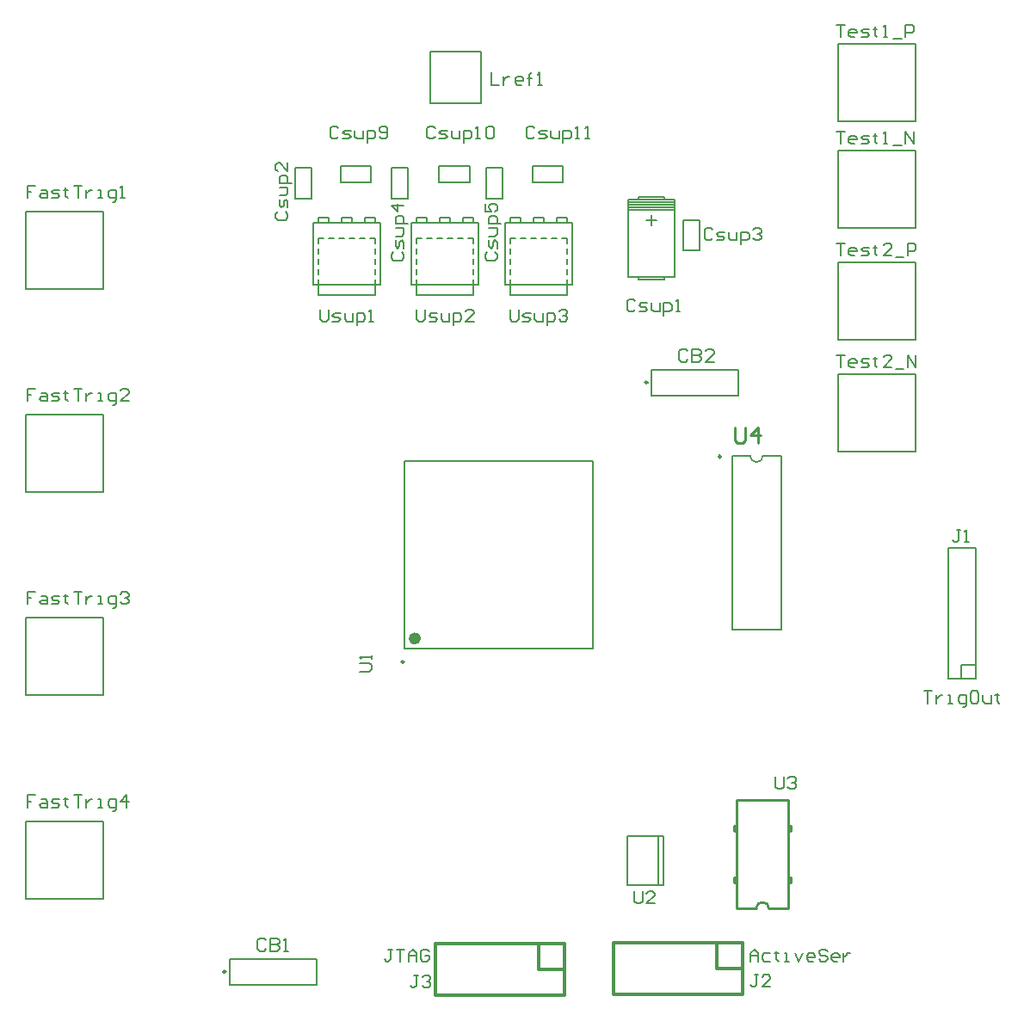
<source format=gto>
%FSAX43Y43*%
%MOMM*%
G71*
G01*
G75*
G04 Layer_Color=65535*
%ADD10C,0.175*%
G04:AMPARAMS|DCode=11|XSize=0.8mm|YSize=1mm|CornerRadius=0.08mm|HoleSize=0mm|Usage=FLASHONLY|Rotation=180.000|XOffset=0mm|YOffset=0mm|HoleType=Round|Shape=RoundedRectangle|*
%AMROUNDEDRECTD11*
21,1,0.800,0.840,0,0,180.0*
21,1,0.640,1.000,0,0,180.0*
1,1,0.160,-0.320,0.420*
1,1,0.160,0.320,0.420*
1,1,0.160,0.320,-0.420*
1,1,0.160,-0.320,-0.420*
%
%ADD11ROUNDEDRECTD11*%
G04:AMPARAMS|DCode=12|XSize=0.8mm|YSize=1mm|CornerRadius=0.08mm|HoleSize=0mm|Usage=FLASHONLY|Rotation=90.000|XOffset=0mm|YOffset=0mm|HoleType=Round|Shape=RoundedRectangle|*
%AMROUNDEDRECTD12*
21,1,0.800,0.840,0,0,90.0*
21,1,0.640,1.000,0,0,90.0*
1,1,0.160,0.420,0.320*
1,1,0.160,0.420,-0.320*
1,1,0.160,-0.420,-0.320*
1,1,0.160,-0.420,0.320*
%
%ADD12ROUNDEDRECTD12*%
%ADD13R,0.762X2.540*%
%ADD14R,3.048X3.048*%
%ADD15O,6.000X2.100*%
%ADD16O,6.000X2.100*%
%ADD17O,1.270X0.762*%
%ADD18R,1.270X0.762*%
%ADD19R,2.108X1.270*%
G04:AMPARAMS|DCode=20|XSize=2.108mm|YSize=1.27mm|CornerRadius=0mm|HoleSize=0mm|Usage=FLASHONLY|Rotation=180.000|XOffset=0mm|YOffset=0mm|HoleType=Round|Shape=Octagon|*
%AMOCTAGOND20*
4,1,8,-1.054,0.318,-1.054,-0.318,-0.737,-0.635,0.737,-0.635,1.054,-0.318,1.054,0.318,0.737,0.635,-0.737,0.635,-1.054,0.318,0.0*
%
%ADD20OCTAGOND20*%

%ADD21R,4.300X4.300*%
%ADD22O,0.300X1.800*%
%ADD23O,1.800X0.300*%
%ADD24R,1.650X0.300*%
%ADD25C,0.254*%
%ADD26C,0.500*%
%ADD27C,1.000*%
%ADD28C,0.200*%
%ADD29C,0.400*%
%ADD30C,1.524*%
%ADD31C,0.300*%
%ADD32R,1.850X1.850*%
%ADD33C,1.850*%
%ADD34C,2.438*%
%ADD35C,1.575*%
%ADD36R,1.575X1.575*%
%ADD37R,1.000X1.000*%
%ADD38C,1.000*%
%ADD39C,1.200*%
%ADD40C,1.300*%
%ADD41C,0.800*%
%ADD42C,0.660*%
G04:AMPARAMS|DCode=43|XSize=0.4mm|YSize=0.6mm|CornerRadius=0.04mm|HoleSize=0mm|Usage=FLASHONLY|Rotation=90.000|XOffset=0mm|YOffset=0mm|HoleType=Round|Shape=RoundedRectangle|*
%AMROUNDEDRECTD43*
21,1,0.400,0.520,0,0,90.0*
21,1,0.320,0.600,0,0,90.0*
1,1,0.080,0.260,0.160*
1,1,0.080,0.260,-0.160*
1,1,0.080,-0.260,-0.160*
1,1,0.080,-0.260,0.160*
%
%ADD43ROUNDEDRECTD43*%
G04:AMPARAMS|DCode=44|XSize=0.4mm|YSize=0.6mm|CornerRadius=0.04mm|HoleSize=0mm|Usage=FLASHONLY|Rotation=180.000|XOffset=0mm|YOffset=0mm|HoleType=Round|Shape=RoundedRectangle|*
%AMROUNDEDRECTD44*
21,1,0.400,0.520,0,0,180.0*
21,1,0.320,0.600,0,0,180.0*
1,1,0.080,-0.160,0.260*
1,1,0.080,0.160,0.260*
1,1,0.080,0.160,-0.260*
1,1,0.080,-0.160,-0.260*
%
%ADD44ROUNDEDRECTD44*%
%ADD45C,0.250*%
%ADD46C,0.600*%
%ADD47C,0.203*%
%ADD48C,0.305*%
D25*
X0105349Y0050206D02*
G03*
X0104079Y0050206I-0000635J0000000D01*
G01*
X0105349D02*
X0107254D01*
X0102174D02*
X0104079D01*
X0102174D02*
Y0060874D01*
X0107254D01*
Y0050206D02*
Y0060874D01*
Y0052746D02*
X0107508D01*
Y0053254D01*
X0107254D02*
X0107508D01*
X0107254Y0057826D02*
X0107508D01*
Y0058334D01*
X0107254D02*
X0107508D01*
X0101920D02*
X0102174D01*
X0101920Y0057826D02*
Y0058334D01*
Y0057826D02*
X0102174D01*
X0101920Y0053254D02*
X0102174D01*
X0101920Y0052746D02*
Y0053254D01*
Y0052746D02*
X0102174D01*
X0102000Y0097524D02*
Y0096254D01*
X0102254Y0096000D01*
X0102762D01*
X0103016Y0096254D01*
Y0097524D01*
X0104285Y0096000D02*
Y0097524D01*
X0103524Y0096762D01*
X0104539D01*
D28*
X0103490Y0094800D02*
G03*
X0104760Y0094800I0000635J0000000D01*
G01*
X0093760Y0103270D02*
X0102320D01*
Y0100730D02*
Y0103270D01*
X0093760Y0100730D02*
X0102320D01*
X0093760D02*
Y0103270D01*
X0052260Y0045270D02*
X0060820D01*
Y0042730D02*
Y0045270D01*
X0052260Y0042730D02*
X0060820D01*
X0052260D02*
Y0045270D01*
X0082100Y0123300D02*
X0085100D01*
Y0121700D02*
Y0123300D01*
X0082100Y0121700D02*
X0085100D01*
X0082100D02*
Y0123300D01*
X0079100Y0120100D02*
Y0123100D01*
X0077500Y0120100D02*
X0079100D01*
X0077500D02*
Y0123100D01*
X0079100D01*
X0072900Y0123300D02*
X0075900D01*
Y0121700D02*
Y0123300D01*
X0072900Y0121700D02*
X0075900D01*
X0072900D02*
Y0123300D01*
X0069800Y0120100D02*
Y0123100D01*
X0068200Y0120100D02*
X0069800D01*
X0068200D02*
Y0123100D01*
X0069800D01*
X0060300Y0120100D02*
Y0123100D01*
X0058700Y0120100D02*
X0060300D01*
X0058700D02*
Y0123100D01*
X0060300D01*
X0098500Y0115000D02*
Y0118000D01*
X0096900Y0115000D02*
X0098500D01*
X0096900D02*
Y0118000D01*
X0098500D01*
X0063200Y0123300D02*
X0066200D01*
Y0121700D02*
Y0123300D01*
X0063200Y0121700D02*
X0066200D01*
X0063200D02*
Y0123300D01*
X0072000Y0134550D02*
X0074500D01*
X0072000Y0129450D02*
Y0134550D01*
Y0129450D02*
X0077000D01*
Y0134550D01*
X0074500D02*
X0077000D01*
X0069500Y0075800D02*
X0088000D01*
X0069500Y0094300D02*
X0088000D01*
X0069500Y0075800D02*
Y0094300D01*
X0088000Y0075800D02*
Y0094300D01*
X0101725Y0094800D02*
X0103490D01*
X0104760D02*
X0106525D01*
X0101725Y0077700D02*
X0106525D01*
X0101725D02*
Y0094800D01*
X0106525Y0077700D02*
Y0094800D01*
X0097366Y0105083D02*
X0097150Y0105300D01*
X0096717D01*
X0096500Y0105083D01*
Y0104217D01*
X0096717Y0104000D01*
X0097150D01*
X0097366Y0104217D01*
X0097800Y0105300D02*
Y0104000D01*
X0098449D01*
X0098666Y0104217D01*
Y0104433D01*
X0098449Y0104650D01*
X0097800D01*
X0098449D01*
X0098666Y0104866D01*
Y0105083D01*
X0098449Y0105300D01*
X0097800D01*
X0099966Y0104000D02*
X0099099D01*
X0099966Y0104866D01*
Y0105083D01*
X0099749Y0105300D01*
X0099316D01*
X0099099Y0105083D01*
X0055866Y0047083D02*
X0055650Y0047300D01*
X0055217D01*
X0055000Y0047083D01*
Y0046217D01*
X0055217Y0046000D01*
X0055650D01*
X0055866Y0046217D01*
X0056300Y0047300D02*
Y0046000D01*
X0056949D01*
X0057166Y0046217D01*
Y0046433D01*
X0056949Y0046650D01*
X0056300D01*
X0056949D01*
X0057166Y0046866D01*
Y0047083D01*
X0056949Y0047300D01*
X0056300D01*
X0057599Y0046000D02*
X0058032D01*
X0057816D01*
Y0047300D01*
X0057599Y0047083D01*
X0092200Y0110000D02*
X0092000Y0110200D01*
X0091600D01*
X0091400Y0110000D01*
Y0109200D01*
X0091600Y0109000D01*
X0092000D01*
X0092200Y0109200D01*
X0092600Y0109000D02*
X0093199D01*
X0093399Y0109200D01*
X0093199Y0109400D01*
X0092800D01*
X0092600Y0109600D01*
X0092800Y0109800D01*
X0093399D01*
X0093799D02*
Y0109200D01*
X0093999Y0109000D01*
X0094599D01*
Y0109800D01*
X0094999Y0108600D02*
Y0109800D01*
X0095599D01*
X0095799Y0109600D01*
Y0109200D01*
X0095599Y0109000D01*
X0094999D01*
X0096198D02*
X0096598D01*
X0096398D01*
Y0110200D01*
X0096198Y0110000D01*
X0099800Y0117000D02*
X0099600Y0117200D01*
X0099200D01*
X0099000Y0117000D01*
Y0116200D01*
X0099200Y0116000D01*
X0099600D01*
X0099800Y0116200D01*
X0100200Y0116000D02*
X0100799D01*
X0100999Y0116200D01*
X0100799Y0116400D01*
X0100400D01*
X0100200Y0116600D01*
X0100400Y0116800D01*
X0100999D01*
X0101399D02*
Y0116200D01*
X0101599Y0116000D01*
X0102199D01*
Y0116800D01*
X0102599Y0115600D02*
Y0116800D01*
X0103199D01*
X0103399Y0116600D01*
Y0116200D01*
X0103199Y0116000D01*
X0102599D01*
X0103798Y0117000D02*
X0103998Y0117200D01*
X0104398D01*
X0104598Y0117000D01*
Y0116800D01*
X0104398Y0116600D01*
X0104198D01*
X0104398D01*
X0104598Y0116400D01*
Y0116200D01*
X0104398Y0116000D01*
X0103998D01*
X0103798Y0116200D01*
X0063000Y0127000D02*
X0062800Y0127200D01*
X0062400D01*
X0062200Y0127000D01*
Y0126200D01*
X0062400Y0126000D01*
X0062800D01*
X0063000Y0126200D01*
X0063400Y0126000D02*
X0063999D01*
X0064199Y0126200D01*
X0063999Y0126400D01*
X0063600D01*
X0063400Y0126600D01*
X0063600Y0126800D01*
X0064199D01*
X0064599D02*
Y0126200D01*
X0064799Y0126000D01*
X0065399D01*
Y0126800D01*
X0065799Y0125600D02*
Y0126800D01*
X0066399D01*
X0066599Y0126600D01*
Y0126200D01*
X0066399Y0126000D01*
X0065799D01*
X0066998Y0126200D02*
X0067198Y0126000D01*
X0067598D01*
X0067798Y0126200D01*
Y0127000D01*
X0067598Y0127200D01*
X0067198D01*
X0066998Y0127000D01*
Y0126800D01*
X0067198Y0126600D01*
X0067798D01*
X0057000Y0118800D02*
X0056800Y0118600D01*
Y0118200D01*
X0057000Y0118000D01*
X0057800D01*
X0058000Y0118200D01*
Y0118600D01*
X0057800Y0118800D01*
X0058000Y0119200D02*
Y0119799D01*
X0057800Y0119999D01*
X0057600Y0119799D01*
Y0119400D01*
X0057400Y0119200D01*
X0057200Y0119400D01*
Y0119999D01*
Y0120399D02*
X0057800D01*
X0058000Y0120599D01*
Y0121199D01*
X0057200D01*
X0058400Y0121599D02*
X0057200D01*
Y0122199D01*
X0057400Y0122399D01*
X0057800D01*
X0058000Y0122199D01*
Y0121599D01*
Y0123598D02*
Y0122798D01*
X0057200Y0123598D01*
X0057000D01*
X0056800Y0123398D01*
Y0122998D01*
X0057000Y0122798D01*
X0068400Y0114800D02*
X0068200Y0114600D01*
Y0114200D01*
X0068400Y0114000D01*
X0069200D01*
X0069400Y0114200D01*
Y0114600D01*
X0069200Y0114800D01*
X0069400Y0115200D02*
Y0115799D01*
X0069200Y0115999D01*
X0069000Y0115799D01*
Y0115400D01*
X0068800Y0115200D01*
X0068600Y0115400D01*
Y0115999D01*
Y0116399D02*
X0069200D01*
X0069400Y0116599D01*
Y0117199D01*
X0068600D01*
X0069800Y0117599D02*
X0068600D01*
Y0118199D01*
X0068800Y0118399D01*
X0069200D01*
X0069400Y0118199D01*
Y0117599D01*
Y0119398D02*
X0068200D01*
X0068800Y0118798D01*
Y0119598D01*
X0072500Y0127000D02*
X0072300Y0127200D01*
X0071900D01*
X0071700Y0127000D01*
Y0126200D01*
X0071900Y0126000D01*
X0072300D01*
X0072500Y0126200D01*
X0072900Y0126000D02*
X0073499D01*
X0073699Y0126200D01*
X0073499Y0126400D01*
X0073100D01*
X0072900Y0126600D01*
X0073100Y0126800D01*
X0073699D01*
X0074099D02*
Y0126200D01*
X0074299Y0126000D01*
X0074899D01*
Y0126800D01*
X0075299Y0125600D02*
Y0126800D01*
X0075899D01*
X0076099Y0126600D01*
Y0126200D01*
X0075899Y0126000D01*
X0075299D01*
X0076498D02*
X0076898D01*
X0076698D01*
Y0127200D01*
X0076498Y0127000D01*
X0077498D02*
X0077698Y0127200D01*
X0078098D01*
X0078298Y0127000D01*
Y0126200D01*
X0078098Y0126000D01*
X0077698D01*
X0077498Y0126200D01*
Y0127000D01*
X0077600Y0114800D02*
X0077400Y0114600D01*
Y0114200D01*
X0077600Y0114000D01*
X0078400D01*
X0078600Y0114200D01*
Y0114600D01*
X0078400Y0114800D01*
X0078600Y0115200D02*
Y0115799D01*
X0078400Y0115999D01*
X0078200Y0115799D01*
Y0115400D01*
X0078000Y0115200D01*
X0077800Y0115400D01*
Y0115999D01*
Y0116399D02*
X0078400D01*
X0078600Y0116599D01*
Y0117199D01*
X0077800D01*
X0079000Y0117599D02*
X0077800D01*
Y0118199D01*
X0078000Y0118399D01*
X0078400D01*
X0078600Y0118199D01*
Y0117599D01*
X0077400Y0119598D02*
Y0118798D01*
X0078000D01*
X0077800Y0119198D01*
Y0119398D01*
X0078000Y0119598D01*
X0078400D01*
X0078600Y0119398D01*
Y0118998D01*
X0078400Y0118798D01*
X0082300Y0127000D02*
X0082100Y0127200D01*
X0081700D01*
X0081500Y0127000D01*
Y0126200D01*
X0081700Y0126000D01*
X0082100D01*
X0082300Y0126200D01*
X0082700Y0126000D02*
X0083299D01*
X0083499Y0126200D01*
X0083299Y0126400D01*
X0082900D01*
X0082700Y0126600D01*
X0082900Y0126800D01*
X0083499D01*
X0083899D02*
Y0126200D01*
X0084099Y0126000D01*
X0084699D01*
Y0126800D01*
X0085099Y0125600D02*
Y0126800D01*
X0085699D01*
X0085899Y0126600D01*
Y0126200D01*
X0085699Y0126000D01*
X0085099D01*
X0086298D02*
X0086698D01*
X0086498D01*
Y0127200D01*
X0086298Y0127000D01*
X0087298Y0126000D02*
X0087698D01*
X0087498D01*
Y0127200D01*
X0087298Y0127000D01*
X0033155Y0121369D02*
X0032355D01*
Y0120769D01*
X0032755D01*
X0032355D01*
Y0120169D01*
X0033755Y0120969D02*
X0034155D01*
X0034354Y0120769D01*
Y0120169D01*
X0033755D01*
X0033555Y0120369D01*
X0033755Y0120569D01*
X0034354D01*
X0034754Y0120169D02*
X0035354D01*
X0035554Y0120369D01*
X0035354Y0120569D01*
X0034954D01*
X0034754Y0120769D01*
X0034954Y0120969D01*
X0035554D01*
X0036154Y0121169D02*
Y0120969D01*
X0035954D01*
X0036354D01*
X0036154D01*
Y0120369D01*
X0036354Y0120169D01*
X0036954Y0121369D02*
X0037753D01*
X0037353D01*
Y0120169D01*
X0038153Y0120969D02*
Y0120169D01*
Y0120569D01*
X0038353Y0120769D01*
X0038553Y0120969D01*
X0038753D01*
X0039353Y0120169D02*
X0039753D01*
X0039553D01*
Y0120969D01*
X0039353D01*
X0040752Y0119769D02*
X0040952D01*
X0041152Y0119969D01*
Y0120969D01*
X0040552D01*
X0040353Y0120769D01*
Y0120369D01*
X0040552Y0120169D01*
X0041152D01*
X0041552D02*
X0041952D01*
X0041752D01*
Y0121369D01*
X0041552Y0121169D01*
X0033155Y0101369D02*
X0032355D01*
Y0100769D01*
X0032755D01*
X0032355D01*
Y0100169D01*
X0033755Y0100969D02*
X0034155D01*
X0034354Y0100769D01*
Y0100169D01*
X0033755D01*
X0033555Y0100369D01*
X0033755Y0100569D01*
X0034354D01*
X0034754Y0100169D02*
X0035354D01*
X0035554Y0100369D01*
X0035354Y0100569D01*
X0034954D01*
X0034754Y0100769D01*
X0034954Y0100969D01*
X0035554D01*
X0036154Y0101169D02*
Y0100969D01*
X0035954D01*
X0036354D01*
X0036154D01*
Y0100369D01*
X0036354Y0100169D01*
X0036954Y0101369D02*
X0037753D01*
X0037353D01*
Y0100169D01*
X0038153Y0100969D02*
Y0100169D01*
Y0100569D01*
X0038353Y0100769D01*
X0038553Y0100969D01*
X0038753D01*
X0039353Y0100169D02*
X0039753D01*
X0039553D01*
Y0100969D01*
X0039353D01*
X0040752Y0099769D02*
X0040952D01*
X0041152Y0099969D01*
Y0100969D01*
X0040552D01*
X0040353Y0100769D01*
Y0100369D01*
X0040552Y0100169D01*
X0041152D01*
X0042352D02*
X0041552D01*
X0042352Y0100969D01*
Y0101169D01*
X0042152Y0101369D01*
X0041752D01*
X0041552Y0101169D01*
X0033155Y0081369D02*
X0032355D01*
Y0080769D01*
X0032755D01*
X0032355D01*
Y0080169D01*
X0033755Y0080969D02*
X0034155D01*
X0034354Y0080769D01*
Y0080169D01*
X0033755D01*
X0033555Y0080369D01*
X0033755Y0080569D01*
X0034354D01*
X0034754Y0080169D02*
X0035354D01*
X0035554Y0080369D01*
X0035354Y0080569D01*
X0034954D01*
X0034754Y0080769D01*
X0034954Y0080969D01*
X0035554D01*
X0036154Y0081169D02*
Y0080969D01*
X0035954D01*
X0036354D01*
X0036154D01*
Y0080369D01*
X0036354Y0080169D01*
X0036954Y0081369D02*
X0037753D01*
X0037353D01*
Y0080169D01*
X0038153Y0080969D02*
Y0080169D01*
Y0080569D01*
X0038353Y0080769D01*
X0038553Y0080969D01*
X0038753D01*
X0039353Y0080169D02*
X0039753D01*
X0039553D01*
Y0080969D01*
X0039353D01*
X0040752Y0079769D02*
X0040952D01*
X0041152Y0079969D01*
Y0080969D01*
X0040552D01*
X0040353Y0080769D01*
Y0080369D01*
X0040552Y0080169D01*
X0041152D01*
X0041552Y0081169D02*
X0041752Y0081369D01*
X0042152D01*
X0042352Y0081169D01*
Y0080969D01*
X0042152Y0080769D01*
X0041952D01*
X0042152D01*
X0042352Y0080569D01*
Y0080369D01*
X0042152Y0080169D01*
X0041752D01*
X0041552Y0080369D01*
X0033155Y0061369D02*
X0032355D01*
Y0060769D01*
X0032755D01*
X0032355D01*
Y0060169D01*
X0033755Y0060969D02*
X0034155D01*
X0034354Y0060769D01*
Y0060169D01*
X0033755D01*
X0033555Y0060369D01*
X0033755Y0060569D01*
X0034354D01*
X0034754Y0060169D02*
X0035354D01*
X0035554Y0060369D01*
X0035354Y0060569D01*
X0034954D01*
X0034754Y0060769D01*
X0034954Y0060969D01*
X0035554D01*
X0036154Y0061169D02*
Y0060969D01*
X0035954D01*
X0036354D01*
X0036154D01*
Y0060369D01*
X0036354Y0060169D01*
X0036954Y0061369D02*
X0037753D01*
X0037353D01*
Y0060169D01*
X0038153Y0060969D02*
Y0060169D01*
Y0060569D01*
X0038353Y0060769D01*
X0038553Y0060969D01*
X0038753D01*
X0039353Y0060169D02*
X0039753D01*
X0039553D01*
Y0060969D01*
X0039353D01*
X0040752Y0059769D02*
X0040952D01*
X0041152Y0059969D01*
Y0060969D01*
X0040552D01*
X0040353Y0060769D01*
Y0060369D01*
X0040552Y0060169D01*
X0041152D01*
X0042152D02*
Y0061369D01*
X0041552Y0060769D01*
X0042352D01*
X0103500Y0045000D02*
Y0045800D01*
X0103900Y0046200D01*
X0104300Y0045800D01*
Y0045000D01*
Y0045600D01*
X0103500D01*
X0105499Y0045800D02*
X0104900D01*
X0104700Y0045600D01*
Y0045200D01*
X0104900Y0045000D01*
X0105499D01*
X0106099Y0046000D02*
Y0045800D01*
X0105899D01*
X0106299D01*
X0106099D01*
Y0045200D01*
X0106299Y0045000D01*
X0106899D02*
X0107299D01*
X0107099D01*
Y0045800D01*
X0106899D01*
X0107899D02*
X0108298Y0045000D01*
X0108698Y0045800D01*
X0109698Y0045000D02*
X0109298D01*
X0109098Y0045200D01*
Y0045600D01*
X0109298Y0045800D01*
X0109698D01*
X0109898Y0045600D01*
Y0045400D01*
X0109098D01*
X0111098Y0046000D02*
X0110898Y0046200D01*
X0110498D01*
X0110298Y0046000D01*
Y0045800D01*
X0110498Y0045600D01*
X0110898D01*
X0111098Y0045400D01*
Y0045200D01*
X0110898Y0045000D01*
X0110498D01*
X0110298Y0045200D01*
X0112097Y0045000D02*
X0111697D01*
X0111497Y0045200D01*
Y0045600D01*
X0111697Y0045800D01*
X0112097D01*
X0112297Y0045600D01*
Y0045400D01*
X0111497D01*
X0112697Y0045800D02*
Y0045000D01*
Y0045400D01*
X0112897Y0045600D01*
X0113097Y0045800D01*
X0113297D01*
X0104300Y0043700D02*
X0103900D01*
X0104100D01*
Y0042700D01*
X0103900Y0042500D01*
X0103700D01*
X0103500Y0042700D01*
X0105499Y0042500D02*
X0104700D01*
X0105499Y0043300D01*
Y0043500D01*
X0105299Y0043700D01*
X0104900D01*
X0104700Y0043500D01*
X0068300Y0046200D02*
X0067900D01*
X0068100D01*
Y0045200D01*
X0067900Y0045000D01*
X0067700D01*
X0067500Y0045200D01*
X0068700Y0046200D02*
X0069499D01*
X0069099D01*
Y0045000D01*
X0069899D02*
Y0045800D01*
X0070299Y0046200D01*
X0070699Y0045800D01*
Y0045000D01*
Y0045600D01*
X0069899D01*
X0071899Y0046000D02*
X0071699Y0046200D01*
X0071299D01*
X0071099Y0046000D01*
Y0045200D01*
X0071299Y0045000D01*
X0071699D01*
X0071899Y0045200D01*
Y0045600D01*
X0071499D01*
X0070850Y0043650D02*
X0070450D01*
X0070650D01*
Y0042650D01*
X0070450Y0042450D01*
X0070250D01*
X0070050Y0042650D01*
X0071250Y0043450D02*
X0071450Y0043650D01*
X0071849D01*
X0072049Y0043450D01*
Y0043250D01*
X0071849Y0043050D01*
X0071649D01*
X0071849D01*
X0072049Y0042850D01*
Y0042650D01*
X0071849Y0042450D01*
X0071450D01*
X0071250Y0042650D01*
X0078000Y0132500D02*
Y0131300D01*
X0078800D01*
X0079200Y0132100D02*
Y0131300D01*
Y0131700D01*
X0079400Y0131900D01*
X0079599Y0132100D01*
X0079799D01*
X0080999Y0131300D02*
X0080599D01*
X0080399Y0131500D01*
Y0131900D01*
X0080599Y0132100D01*
X0080999D01*
X0081199Y0131900D01*
Y0131700D01*
X0080399D01*
X0081799Y0131300D02*
Y0132300D01*
Y0131900D01*
X0081599D01*
X0081999D01*
X0081799D01*
Y0132300D01*
X0081999Y0132500D01*
X0082599Y0131300D02*
X0082998D01*
X0082798D01*
Y0132500D01*
X0082599Y0132300D01*
X0065041Y0073557D02*
X0066041D01*
X0066241Y0073756D01*
Y0074156D01*
X0066041Y0074356D01*
X0065041D01*
X0066241Y0074756D02*
Y0075156D01*
Y0074956D01*
X0065041D01*
X0065241Y0074756D01*
X0092100Y0051900D02*
Y0050900D01*
X0092300Y0050700D01*
X0092700D01*
X0092900Y0050900D01*
Y0051900D01*
X0094099Y0050700D02*
X0093300D01*
X0094099Y0051500D01*
Y0051700D01*
X0093899Y0051900D01*
X0093500D01*
X0093300Y0051700D01*
X0106000Y0063200D02*
Y0062200D01*
X0106200Y0062000D01*
X0106600D01*
X0106800Y0062200D01*
Y0063200D01*
X0107200Y0063000D02*
X0107400Y0063200D01*
X0107799D01*
X0107999Y0063000D01*
Y0062800D01*
X0107799Y0062600D01*
X0107599D01*
X0107799D01*
X0107999Y0062400D01*
Y0062200D01*
X0107799Y0062000D01*
X0107400D01*
X0107200Y0062200D01*
X0061200Y0109200D02*
Y0108200D01*
X0061400Y0108000D01*
X0061800D01*
X0062000Y0108200D01*
Y0109200D01*
X0062400Y0108000D02*
X0062999D01*
X0063199Y0108200D01*
X0062999Y0108400D01*
X0062600D01*
X0062400Y0108600D01*
X0062600Y0108800D01*
X0063199D01*
X0063599D02*
Y0108200D01*
X0063799Y0108000D01*
X0064399D01*
Y0108800D01*
X0064799Y0107600D02*
Y0108800D01*
X0065399D01*
X0065599Y0108600D01*
Y0108200D01*
X0065399Y0108000D01*
X0064799D01*
X0065998D02*
X0066398D01*
X0066198D01*
Y0109200D01*
X0065998Y0109000D01*
X0070700Y0109200D02*
Y0108200D01*
X0070900Y0108000D01*
X0071300D01*
X0071500Y0108200D01*
Y0109200D01*
X0071900Y0108000D02*
X0072499D01*
X0072699Y0108200D01*
X0072499Y0108400D01*
X0072100D01*
X0071900Y0108600D01*
X0072100Y0108800D01*
X0072699D01*
X0073099D02*
Y0108200D01*
X0073299Y0108000D01*
X0073899D01*
Y0108800D01*
X0074299Y0107600D02*
Y0108800D01*
X0074899D01*
X0075099Y0108600D01*
Y0108200D01*
X0074899Y0108000D01*
X0074299D01*
X0076298D02*
X0075498D01*
X0076298Y0108800D01*
Y0109000D01*
X0076098Y0109200D01*
X0075698D01*
X0075498Y0109000D01*
X0079900Y0109200D02*
Y0108200D01*
X0080100Y0108000D01*
X0080500D01*
X0080700Y0108200D01*
Y0109200D01*
X0081100Y0108000D02*
X0081699D01*
X0081899Y0108200D01*
X0081699Y0108400D01*
X0081300D01*
X0081100Y0108600D01*
X0081300Y0108800D01*
X0081899D01*
X0082299D02*
Y0108200D01*
X0082499Y0108000D01*
X0083099D01*
Y0108800D01*
X0083499Y0107600D02*
Y0108800D01*
X0084099D01*
X0084299Y0108600D01*
Y0108200D01*
X0084099Y0108000D01*
X0083499D01*
X0084698Y0109000D02*
X0084898Y0109200D01*
X0085298D01*
X0085498Y0109000D01*
Y0108800D01*
X0085298Y0108600D01*
X0085098D01*
X0085298D01*
X0085498Y0108400D01*
Y0108200D01*
X0085298Y0108000D01*
X0084898D01*
X0084698Y0108200D01*
X0120593Y0071614D02*
X0121393D01*
X0120993D01*
Y0070414D01*
X0121793Y0071214D02*
Y0070414D01*
Y0070814D01*
X0121993Y0071014D01*
X0122193Y0071214D01*
X0122393D01*
X0122992Y0070414D02*
X0123392D01*
X0123192D01*
Y0071214D01*
X0122992D01*
X0124392Y0070014D02*
X0124592D01*
X0124792Y0070214D01*
Y0071214D01*
X0124192D01*
X0123992Y0071014D01*
Y0070614D01*
X0124192Y0070414D01*
X0124792D01*
X0125791Y0071614D02*
X0125392D01*
X0125192Y0071414D01*
Y0070614D01*
X0125392Y0070414D01*
X0125791D01*
X0125991Y0070614D01*
Y0071414D01*
X0125791Y0071614D01*
X0126391Y0071214D02*
Y0070614D01*
X0126591Y0070414D01*
X0127191D01*
Y0071214D01*
X0127791Y0071414D02*
Y0071214D01*
X0127591D01*
X0127991D01*
X0127791D01*
Y0070614D01*
X0127991Y0070414D01*
X0124200Y0087500D02*
X0123800D01*
X0124000D01*
Y0086500D01*
X0123800Y0086300D01*
X0123600D01*
X0123400Y0086500D01*
X0124600Y0086300D02*
X0124999D01*
X0124800D01*
Y0087500D01*
X0124600Y0087300D01*
X0112000Y0126700D02*
X0112800D01*
X0112400D01*
Y0125500D01*
X0113799D02*
X0113400D01*
X0113200Y0125700D01*
Y0126100D01*
X0113400Y0126300D01*
X0113799D01*
X0113999Y0126100D01*
Y0125900D01*
X0113200D01*
X0114399Y0125500D02*
X0114999D01*
X0115199Y0125700D01*
X0114999Y0125900D01*
X0114599D01*
X0114399Y0126100D01*
X0114599Y0126300D01*
X0115199D01*
X0115799Y0126500D02*
Y0126300D01*
X0115599D01*
X0115999D01*
X0115799D01*
Y0125700D01*
X0115999Y0125500D01*
X0116599D02*
X0116998D01*
X0116798D01*
Y0126700D01*
X0116599Y0126500D01*
X0117598Y0125300D02*
X0118398D01*
X0118798Y0125500D02*
Y0126700D01*
X0119598Y0125500D01*
Y0126700D01*
X0112000Y0137200D02*
X0112800D01*
X0112400D01*
Y0136000D01*
X0113799D02*
X0113400D01*
X0113200Y0136200D01*
Y0136600D01*
X0113400Y0136800D01*
X0113799D01*
X0113999Y0136600D01*
Y0136400D01*
X0113200D01*
X0114399Y0136000D02*
X0114999D01*
X0115199Y0136200D01*
X0114999Y0136400D01*
X0114599D01*
X0114399Y0136600D01*
X0114599Y0136800D01*
X0115199D01*
X0115799Y0137000D02*
Y0136800D01*
X0115599D01*
X0115999D01*
X0115799D01*
Y0136200D01*
X0115999Y0136000D01*
X0116599D02*
X0116998D01*
X0116798D01*
Y0137200D01*
X0116599Y0137000D01*
X0117598Y0135800D02*
X0118398D01*
X0118798Y0136000D02*
Y0137200D01*
X0119398D01*
X0119598Y0137000D01*
Y0136600D01*
X0119398Y0136400D01*
X0118798D01*
X0112000Y0104700D02*
X0112800D01*
X0112400D01*
Y0103500D01*
X0113799D02*
X0113400D01*
X0113200Y0103700D01*
Y0104100D01*
X0113400Y0104300D01*
X0113799D01*
X0113999Y0104100D01*
Y0103900D01*
X0113200D01*
X0114399Y0103500D02*
X0114999D01*
X0115199Y0103700D01*
X0114999Y0103900D01*
X0114599D01*
X0114399Y0104100D01*
X0114599Y0104300D01*
X0115199D01*
X0115799Y0104500D02*
Y0104300D01*
X0115599D01*
X0115999D01*
X0115799D01*
Y0103700D01*
X0115999Y0103500D01*
X0117398D02*
X0116599D01*
X0117398Y0104300D01*
Y0104500D01*
X0117198Y0104700D01*
X0116798D01*
X0116599Y0104500D01*
X0117798Y0103300D02*
X0118598D01*
X0118998Y0103500D02*
Y0104700D01*
X0119797Y0103500D01*
Y0104700D01*
X0112000Y0115700D02*
X0112800D01*
X0112400D01*
Y0114500D01*
X0113799D02*
X0113400D01*
X0113200Y0114700D01*
Y0115100D01*
X0113400Y0115300D01*
X0113799D01*
X0113999Y0115100D01*
Y0114900D01*
X0113200D01*
X0114399Y0114500D02*
X0114999D01*
X0115199Y0114700D01*
X0114999Y0114900D01*
X0114599D01*
X0114399Y0115100D01*
X0114599Y0115300D01*
X0115199D01*
X0115799Y0115500D02*
Y0115300D01*
X0115599D01*
X0115999D01*
X0115799D01*
Y0114700D01*
X0115999Y0114500D01*
X0117398D02*
X0116599D01*
X0117398Y0115300D01*
Y0115500D01*
X0117198Y0115700D01*
X0116798D01*
X0116599Y0115500D01*
X0117798Y0114300D02*
X0118598D01*
X0118998Y0114500D02*
Y0115700D01*
X0119598D01*
X0119797Y0115500D01*
Y0115100D01*
X0119598Y0114900D01*
X0118998D01*
D45*
X0093404Y0101999D02*
G03*
X0093404Y0101999I-0000125J0000000D01*
G01*
X0051904Y0043999D02*
G03*
X0051904Y0043999I-0000125J0000000D01*
G01*
X0069425Y0074500D02*
G03*
X0069425Y0074500I-0000125J0000000D01*
G01*
X0100625Y0094700D02*
G03*
X0100625Y0094700I-0000125J0000000D01*
G01*
D46*
X0070800Y0076800D02*
G03*
X0070800Y0076800I-0000300J0000000D01*
G01*
D47*
X0032190Y0051190D02*
Y0058810D01*
Y0051190D02*
X0039810D01*
Y0058810D01*
X0032190D02*
X0039810D01*
X0079892Y0112634D02*
Y0113142D01*
Y0113650D02*
Y0114158D01*
Y0114666D02*
Y0115174D01*
Y0115682D02*
Y0116190D01*
X0080400D01*
X0080908D02*
X0081416D01*
X0081924D02*
X0082432D01*
X0082940D02*
X0083448D01*
X0083956D02*
X0084464D01*
X0084972D02*
X0085480D01*
Y0115682D02*
Y0116190D01*
Y0114666D02*
Y0115174D01*
Y0113650D02*
Y0114158D01*
Y0112634D02*
Y0113142D01*
X0079892Y0117714D02*
Y0118222D01*
X0080908D01*
Y0117714D02*
Y0118222D01*
X0084464Y0117714D02*
Y0118222D01*
X0085480D01*
Y0117714D02*
Y0118222D01*
X0082178Y0117714D02*
Y0118222D01*
X0083194D01*
Y0117714D02*
Y0118222D01*
X0085480Y0110602D02*
Y0112126D01*
X0079892Y0110602D02*
X0085480D01*
X0079892D02*
Y0112126D01*
X0079384Y0117714D02*
X0085988D01*
X0079384Y0111618D02*
Y0117714D01*
Y0111618D02*
X0085988D01*
Y0117714D01*
X0032190Y0071190D02*
Y0078810D01*
Y0071190D02*
X0039810D01*
Y0078810D01*
X0032190D02*
X0039810D01*
X0032190Y0091190D02*
Y0098810D01*
Y0091190D02*
X0039810D01*
Y0098810D01*
X0032190D02*
X0039810D01*
X0070692Y0112634D02*
Y0113142D01*
Y0113650D02*
Y0114158D01*
Y0114666D02*
Y0115174D01*
Y0115682D02*
Y0116190D01*
X0071200D01*
X0071708D02*
X0072216D01*
X0072724D02*
X0073232D01*
X0073740D02*
X0074248D01*
X0074756D02*
X0075264D01*
X0075772D02*
X0076280D01*
Y0115682D02*
Y0116190D01*
Y0114666D02*
Y0115174D01*
Y0113650D02*
Y0114158D01*
Y0112634D02*
Y0113142D01*
X0070692Y0117714D02*
Y0118222D01*
X0071708D01*
Y0117714D02*
Y0118222D01*
X0075264Y0117714D02*
Y0118222D01*
X0076280D01*
Y0117714D02*
Y0118222D01*
X0072978Y0117714D02*
Y0118222D01*
X0073994D01*
Y0117714D02*
Y0118222D01*
X0076280Y0110602D02*
Y0112126D01*
X0070692Y0110602D02*
X0076280D01*
X0070692D02*
Y0112126D01*
X0070184Y0117714D02*
X0076788D01*
X0070184Y0111618D02*
Y0117714D01*
Y0111618D02*
X0076788D01*
Y0117714D01*
X0032190Y0111190D02*
Y0118810D01*
Y0111190D02*
X0039810D01*
Y0118810D01*
X0032190D02*
X0039810D01*
X0091514Y0120000D02*
X0096086D01*
Y0112380D02*
Y0120000D01*
X0091514Y0112380D02*
X0096086D01*
X0091514D02*
Y0120000D01*
X0095070D02*
Y0120254D01*
X0092530D02*
X0095070D01*
X0092530Y0120000D02*
Y0120254D01*
Y0112126D02*
Y0112380D01*
Y0112126D02*
X0095070D01*
Y0112380D01*
X0091514Y0119746D02*
X0096086D01*
X0091514Y0119492D02*
X0096086D01*
X0091514Y0119238D02*
X0096086D01*
X0091514Y0118984D02*
X0096086D01*
X0093800Y0117460D02*
Y0118476D01*
X0093292Y0117968D02*
X0094308D01*
X0060992Y0112634D02*
Y0113142D01*
Y0113650D02*
Y0114158D01*
Y0114666D02*
Y0115174D01*
Y0115682D02*
Y0116190D01*
X0061500D01*
X0062008D02*
X0062516D01*
X0063024D02*
X0063532D01*
X0064040D02*
X0064548D01*
X0065056D02*
X0065564D01*
X0066072D02*
X0066580D01*
Y0115682D02*
Y0116190D01*
Y0114666D02*
Y0115174D01*
Y0113650D02*
Y0114158D01*
Y0112634D02*
Y0113142D01*
X0060992Y0117714D02*
Y0118222D01*
X0062008D01*
Y0117714D02*
Y0118222D01*
X0065564Y0117714D02*
Y0118222D01*
X0066580D01*
Y0117714D02*
Y0118222D01*
X0063278Y0117714D02*
Y0118222D01*
X0064294D01*
Y0117714D02*
Y0118222D01*
X0066580Y0110602D02*
Y0112126D01*
X0060992Y0110602D02*
X0066580D01*
X0060992D02*
Y0112126D01*
X0060484Y0117714D02*
X0067088D01*
X0060484Y0111618D02*
Y0117714D01*
Y0111618D02*
X0067088D01*
Y0117714D01*
X0094476Y0052492D02*
Y0057318D01*
Y0052492D02*
X0094984D01*
Y0057318D01*
X0094476D02*
X0094984D01*
X0091428D02*
X0094476D01*
X0091428Y0052492D02*
Y0057318D01*
Y0052492D02*
X0094476D01*
X0125700Y0072800D02*
Y0085700D01*
X0123000D02*
X0125700D01*
X0123000Y0072800D02*
X0125700D01*
X0123000D02*
Y0085700D01*
X0124300Y0072800D02*
Y0074200D01*
X0125700D01*
X0112190Y0102810D02*
X0119810D01*
X0112190Y0095190D02*
Y0102810D01*
Y0095190D02*
X0119810D01*
Y0102810D01*
X0112190Y0113810D02*
X0119810D01*
X0112190Y0106190D02*
Y0113810D01*
Y0106190D02*
X0119810D01*
Y0113810D01*
X0112190Y0124810D02*
X0119810D01*
X0112190Y0117190D02*
Y0124810D01*
Y0117190D02*
X0119810D01*
Y0124810D01*
X0112190Y0135310D02*
X0119810D01*
X0112190Y0127690D02*
Y0135310D01*
Y0127690D02*
X0119810D01*
Y0135310D01*
D48*
X0085270Y0041690D02*
Y0046770D01*
X0072570D02*
X0085270D01*
X0072570Y0041690D02*
Y0046770D01*
Y0041690D02*
X0085270D01*
X0082730Y0044230D02*
X0085270D01*
X0082730D02*
Y0046770D01*
X0102720Y0041740D02*
Y0046820D01*
X0090020D02*
X0102720D01*
X0090020Y0041740D02*
Y0046820D01*
Y0041740D02*
X0102720D01*
X0100180Y0044280D02*
X0102720D01*
X0100180D02*
Y0046820D01*
M02*

</source>
